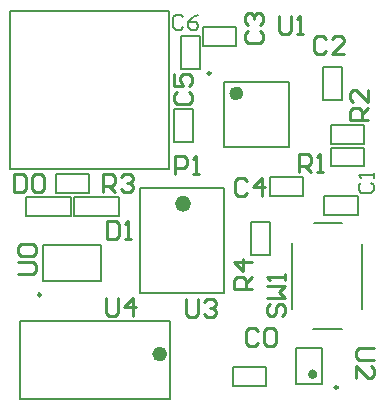
<source format=gto>
G04 Layer_Color=65535*
%FSLAX44Y44*%
%MOMM*%
G71*
G01*
G75*
%ADD18C,0.2540*%
%ADD20C,0.2500*%
%ADD29C,0.6000*%
%ADD30C,0.4000*%
%ADD31C,0.2000*%
%ADD32C,0.2032*%
D18*
X183896Y88392D02*
G03*
X182626Y89662I0J1270D01*
G01*
X181356D02*
G03*
X181624Y90798I2540J0D01*
G01*
X187706Y89662D02*
G03*
X187706Y89662I-3810J0D01*
G01*
X188976D02*
G03*
X188976Y89662I-5080J0D01*
G01*
X209326Y216924D02*
G03*
X209326Y216924I-5680J0D01*
G01*
X207862Y217144D02*
G03*
X207862Y217144I-4016J0D01*
G01*
X206386D02*
G03*
X206386Y217144I-2540J0D01*
G01*
X205116D02*
G03*
X205116Y217144I-1270J0D01*
G01*
X198378Y311655D02*
X195839Y309116D01*
Y304037D01*
X198378Y301498D01*
X208535D01*
X211074Y304037D01*
Y309116D01*
X208535Y311655D01*
X195839Y326890D02*
Y316733D01*
X203456D01*
X200917Y321811D01*
Y324351D01*
X203456Y326890D01*
X208535D01*
X211074Y324351D01*
Y319272D01*
X208535Y316733D01*
X139700Y202687D02*
Y187452D01*
X147317D01*
X149857Y189991D01*
Y200148D01*
X147317Y202687D01*
X139700D01*
X154935Y187452D02*
X160013D01*
X157474D01*
Y202687D01*
X154935Y200148D01*
X60198Y242057D02*
Y226822D01*
X67815D01*
X70355Y229361D01*
Y239518D01*
X67815Y242057D01*
X60198D01*
X75433Y239518D02*
X77972Y242057D01*
X83051D01*
X85590Y239518D01*
Y229361D01*
X83051Y226822D01*
X77972D01*
X75433Y229361D01*
Y239518D01*
X257807Y235962D02*
X255268Y238501D01*
X250189D01*
X247650Y235962D01*
Y225805D01*
X250189Y223266D01*
X255268D01*
X257807Y225805D01*
X270503Y223266D02*
Y238501D01*
X262885Y230884D01*
X273042D01*
X258576Y362963D02*
X256037Y360424D01*
Y355345D01*
X258576Y352806D01*
X268733D01*
X271272Y355345D01*
Y360424D01*
X268733Y362963D01*
X258576Y368041D02*
X256037Y370580D01*
Y375659D01*
X258576Y378198D01*
X261115D01*
X263654Y375659D01*
Y373119D01*
Y375659D01*
X266194Y378198D01*
X268733D01*
X271272Y375659D01*
Y370580D01*
X268733Y368041D01*
X324609Y356612D02*
X322070Y359151D01*
X316991D01*
X314452Y356612D01*
Y346455D01*
X316991Y343916D01*
X322070D01*
X324609Y346455D01*
X339844Y343916D02*
X329687D01*
X339844Y354073D01*
Y356612D01*
X337305Y359151D01*
X332226D01*
X329687Y356612D01*
X196596Y242062D02*
Y257297D01*
X204214D01*
X206753Y254758D01*
Y249680D01*
X204214Y247140D01*
X196596D01*
X211831Y242062D02*
X216909D01*
X214370D01*
Y257297D01*
X211831Y254758D01*
X267205Y108962D02*
X264666Y111501D01*
X259587D01*
X257048Y108962D01*
Y98805D01*
X259587Y96266D01*
X264666D01*
X267205Y98805D01*
X272283Y108962D02*
X274822Y111501D01*
X279901D01*
X282440Y108962D01*
Y98805D01*
X279901Y96266D01*
X274822D01*
X272283Y98805D01*
Y108962D01*
X301498Y244094D02*
Y259329D01*
X309116D01*
X311655Y256790D01*
Y251712D01*
X309116Y249172D01*
X301498D01*
X306576D02*
X311655Y244094D01*
X316733D02*
X321811D01*
X319272D01*
Y259329D01*
X316733Y256790D01*
X360680Y288036D02*
X345445D01*
Y295653D01*
X347984Y298193D01*
X353063D01*
X355602Y295653D01*
Y288036D01*
Y293114D02*
X360680Y298193D01*
Y313428D02*
Y303271D01*
X350523Y313428D01*
X347984D01*
X345445Y310889D01*
Y305810D01*
X347984Y303271D01*
X135890Y227076D02*
Y242311D01*
X143507D01*
X146047Y239772D01*
Y234694D01*
X143507Y232154D01*
X135890D01*
X140968D02*
X146047Y227076D01*
X151125Y239772D02*
X153664Y242311D01*
X158743D01*
X161282Y239772D01*
Y237233D01*
X158743Y234694D01*
X156203D01*
X158743D01*
X161282Y232154D01*
Y229615D01*
X158743Y227076D01*
X153664D01*
X151125Y229615D01*
X261874Y144526D02*
X246639D01*
Y152143D01*
X249178Y154683D01*
X254256D01*
X256796Y152143D01*
Y144526D01*
Y149604D02*
X261874Y154683D01*
Y167379D02*
X246639D01*
X254256Y159761D01*
Y169918D01*
X284988Y375915D02*
Y363219D01*
X287527Y360680D01*
X292605D01*
X295145Y363219D01*
Y375915D01*
X300223Y360680D02*
X305301D01*
X302762D01*
Y375915D01*
X300223Y373376D01*
X277372Y132077D02*
X274833Y129537D01*
Y124459D01*
X277372Y121920D01*
X279911D01*
X282451Y124459D01*
Y129537D01*
X284990Y132077D01*
X287529D01*
X290068Y129537D01*
Y124459D01*
X287529Y121920D01*
X274833Y137155D02*
X290068D01*
X284990Y142233D01*
X290068Y147312D01*
X274833D01*
X290068Y152390D02*
Y157469D01*
Y154929D01*
X274833D01*
X277372Y152390D01*
X64267Y157226D02*
X76963D01*
X79502Y159765D01*
Y164844D01*
X76963Y167383D01*
X64267D01*
X66806Y172461D02*
X64267Y175000D01*
Y180079D01*
X66806Y182618D01*
X76963D01*
X79502Y180079D01*
Y175000D01*
X76963Y172461D01*
X66806D01*
X205994Y135885D02*
Y123189D01*
X208533Y120650D01*
X213612D01*
X216151Y123189D01*
Y135885D01*
X221229Y133346D02*
X223768Y135885D01*
X228847D01*
X231386Y133346D01*
Y130807D01*
X228847Y128267D01*
X226307D01*
X228847D01*
X231386Y125728D01*
Y123189D01*
X228847Y120650D01*
X223768D01*
X221229Y123189D01*
X138684Y137409D02*
Y124713D01*
X141223Y122174D01*
X146301D01*
X148841Y124713D01*
Y137409D01*
X161537Y122174D02*
Y137409D01*
X153919Y129791D01*
X164076D01*
X364993Y94742D02*
X352297D01*
X349758Y92203D01*
Y87125D01*
X352297Y84585D01*
X364993D01*
X349758Y69350D02*
Y79507D01*
X359915Y69350D01*
X362454D01*
X364993Y71889D01*
Y76968D01*
X362454Y79507D01*
D20*
X226942Y327362D02*
G03*
X226942Y327362I-1250J0D01*
G01*
X334638Y61502D02*
G03*
X334638Y61502I-1250J0D01*
G01*
X83174Y139878D02*
G03*
X83174Y139878I-1250J0D01*
G01*
D29*
X251692Y310362D02*
G03*
X251692Y310362I-3000J0D01*
G01*
D30*
X315388Y72502D02*
G03*
X315388Y72502I-2000J0D01*
G01*
D31*
X201804Y359066D02*
X217804D01*
X201804Y331066D02*
Y359066D01*
Y331066D02*
X217804D01*
Y359066D01*
X195962Y297464D02*
X211962D01*
X195962Y269464D02*
Y297464D01*
Y269464D02*
X211962D01*
Y297464D01*
X238692Y265362D02*
Y320362D01*
X293692Y265362D02*
Y320362D01*
X238692D02*
X293692D01*
X238692Y265362D02*
X293692D01*
X299388Y94502D02*
X321388D01*
X299388Y64502D02*
X321388D01*
X299388D02*
Y94502D01*
X321388Y64502D02*
Y94502D01*
X261494Y173198D02*
Y201198D01*
X277494D01*
Y173198D02*
Y201198D01*
X261494Y173198D02*
X277494D01*
X248696Y350394D02*
Y366394D01*
X220696D02*
X248696D01*
X220696Y350394D02*
Y366394D01*
Y350394D02*
X248696D01*
X322200Y305024D02*
X338200D01*
Y333024D01*
X322200D02*
X338200D01*
X322200Y305024D02*
Y333024D01*
X323432Y223766D02*
X351432D01*
Y207766D02*
Y223766D01*
X323432Y207766D02*
X351432D01*
X323432D02*
Y223766D01*
X96236Y226442D02*
X124236D01*
X96236D02*
Y242442D01*
X124236D01*
Y226442D02*
Y242442D01*
X329154Y248540D02*
X357154D01*
X329154D02*
Y264540D01*
X357154D01*
Y248540D02*
Y264540D01*
X277592Y223648D02*
Y239648D01*
Y223648D02*
X305592D01*
Y239648D01*
X277592D02*
X305592D01*
X84974Y151378D02*
X133974D01*
X84974Y182378D02*
X133974D01*
X84974Y151378D02*
Y182378D01*
X133974Y151378D02*
Y182378D01*
X65786Y117602D02*
X192786D01*
X65786Y51562D02*
Y117602D01*
Y51562D02*
X192786D01*
Y117602D01*
X328900Y267590D02*
X356900D01*
X328900D02*
Y283590D01*
X356900D01*
Y267590D02*
Y283590D01*
X111760Y206756D02*
Y223012D01*
X149860D01*
Y206756D02*
Y223012D01*
X111760Y206756D02*
X149860D01*
X108458Y206502D02*
Y222758D01*
X70358Y206502D02*
X108458D01*
X70358D02*
Y222758D01*
X108458D01*
X245842Y78612D02*
X273842D01*
Y62612D02*
Y78612D01*
X245842Y62612D02*
X273842D01*
X245842D02*
Y78612D01*
X57460Y379978D02*
X191460D01*
Y246228D02*
Y379978D01*
X57460Y246228D02*
X191460D01*
X57460D02*
Y379978D01*
X238146Y141424D02*
Y229924D01*
X167646Y141424D02*
X238146D01*
X167646D02*
Y229924D01*
X238146D01*
X355522Y128084D02*
Y182834D01*
X295522Y128084D02*
Y184084D01*
X314272Y200834D02*
X338022D01*
X314022Y110834D02*
X338022D01*
D32*
X203790Y374816D02*
X201674Y376932D01*
X197442D01*
X195326Y374816D01*
Y366352D01*
X197442Y364236D01*
X201674D01*
X203790Y366352D01*
X216486Y376932D02*
X212254Y374816D01*
X208022Y370584D01*
Y366352D01*
X210138Y364236D01*
X214370D01*
X216486Y366352D01*
Y368468D01*
X214370Y370584D01*
X208022D01*
X354672Y234524D02*
X352556Y232408D01*
Y228176D01*
X354672Y226060D01*
X363136D01*
X365252Y228176D01*
Y232408D01*
X363136Y234524D01*
X365252Y238756D02*
Y242988D01*
Y240872D01*
X352556D01*
X354672Y238756D01*
M02*

</source>
